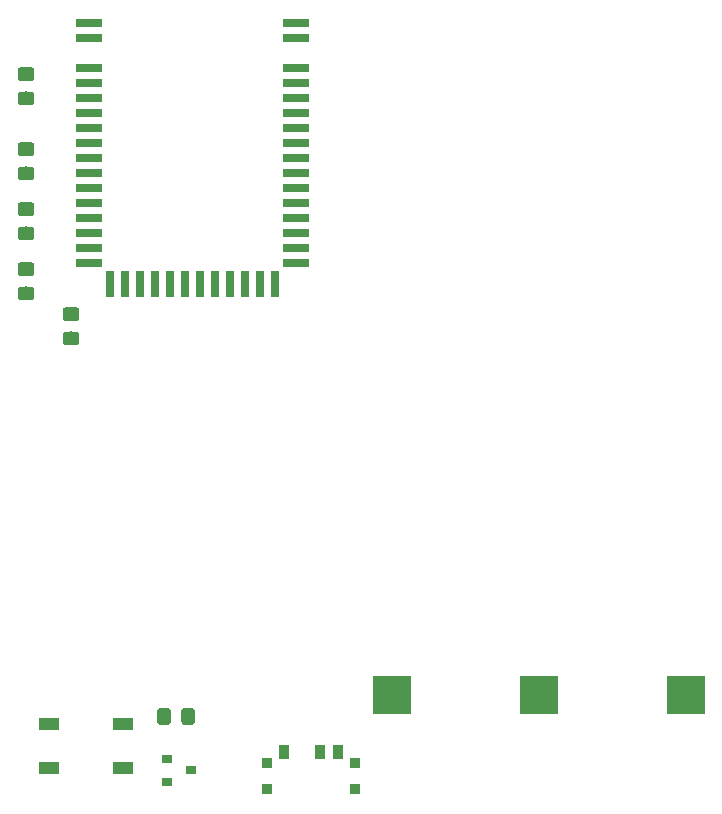
<source format=gbr>
G04 #@! TF.GenerationSoftware,KiCad,Pcbnew,(5.0.0)*
G04 #@! TF.CreationDate,2018-10-27T23:19:20-06:00*
G04 #@! TF.ProjectId,4x4_backpack,3478345F6261636B7061636B2E6B6963,rev?*
G04 #@! TF.SameCoordinates,Original*
G04 #@! TF.FileFunction,Paste,Top*
G04 #@! TF.FilePolarity,Positive*
%FSLAX46Y46*%
G04 Gerber Fmt 4.6, Leading zero omitted, Abs format (unit mm)*
G04 Created by KiCad (PCBNEW (5.0.0)) date 10/27/18 23:19:20*
%MOMM*%
%LPD*%
G01*
G04 APERTURE LIST*
%ADD10C,0.100000*%
%ADD11C,1.150000*%
%ADD12R,0.900000X0.800000*%
%ADD13R,3.250000X3.250000*%
%ADD14R,0.900000X1.250000*%
%ADD15R,0.900000X0.900000*%
%ADD16R,1.800000X1.100000*%
%ADD17R,0.720000X2.200000*%
%ADD18R,2.200000X0.720000*%
G04 APERTURE END LIST*
D10*
G04 #@! TO.C,C1*
G36*
X88104505Y-93651204D02*
X88128773Y-93654804D01*
X88152572Y-93660765D01*
X88175671Y-93669030D01*
X88197850Y-93679520D01*
X88218893Y-93692132D01*
X88238599Y-93706747D01*
X88256777Y-93723223D01*
X88273253Y-93741401D01*
X88287868Y-93761107D01*
X88300480Y-93782150D01*
X88310970Y-93804329D01*
X88319235Y-93827428D01*
X88325196Y-93851227D01*
X88328796Y-93875495D01*
X88330000Y-93899999D01*
X88330000Y-94550001D01*
X88328796Y-94574505D01*
X88325196Y-94598773D01*
X88319235Y-94622572D01*
X88310970Y-94645671D01*
X88300480Y-94667850D01*
X88287868Y-94688893D01*
X88273253Y-94708599D01*
X88256777Y-94726777D01*
X88238599Y-94743253D01*
X88218893Y-94757868D01*
X88197850Y-94770480D01*
X88175671Y-94780970D01*
X88152572Y-94789235D01*
X88128773Y-94795196D01*
X88104505Y-94798796D01*
X88080001Y-94800000D01*
X87179999Y-94800000D01*
X87155495Y-94798796D01*
X87131227Y-94795196D01*
X87107428Y-94789235D01*
X87084329Y-94780970D01*
X87062150Y-94770480D01*
X87041107Y-94757868D01*
X87021401Y-94743253D01*
X87003223Y-94726777D01*
X86986747Y-94708599D01*
X86972132Y-94688893D01*
X86959520Y-94667850D01*
X86949030Y-94645671D01*
X86940765Y-94622572D01*
X86934804Y-94598773D01*
X86931204Y-94574505D01*
X86930000Y-94550001D01*
X86930000Y-93899999D01*
X86931204Y-93875495D01*
X86934804Y-93851227D01*
X86940765Y-93827428D01*
X86949030Y-93804329D01*
X86959520Y-93782150D01*
X86972132Y-93761107D01*
X86986747Y-93741401D01*
X87003223Y-93723223D01*
X87021401Y-93706747D01*
X87041107Y-93692132D01*
X87062150Y-93679520D01*
X87084329Y-93669030D01*
X87107428Y-93660765D01*
X87131227Y-93654804D01*
X87155495Y-93651204D01*
X87179999Y-93650000D01*
X88080001Y-93650000D01*
X88104505Y-93651204D01*
X88104505Y-93651204D01*
G37*
D11*
X87630000Y-94225000D03*
D10*
G36*
X88104505Y-95701204D02*
X88128773Y-95704804D01*
X88152572Y-95710765D01*
X88175671Y-95719030D01*
X88197850Y-95729520D01*
X88218893Y-95742132D01*
X88238599Y-95756747D01*
X88256777Y-95773223D01*
X88273253Y-95791401D01*
X88287868Y-95811107D01*
X88300480Y-95832150D01*
X88310970Y-95854329D01*
X88319235Y-95877428D01*
X88325196Y-95901227D01*
X88328796Y-95925495D01*
X88330000Y-95949999D01*
X88330000Y-96600001D01*
X88328796Y-96624505D01*
X88325196Y-96648773D01*
X88319235Y-96672572D01*
X88310970Y-96695671D01*
X88300480Y-96717850D01*
X88287868Y-96738893D01*
X88273253Y-96758599D01*
X88256777Y-96776777D01*
X88238599Y-96793253D01*
X88218893Y-96807868D01*
X88197850Y-96820480D01*
X88175671Y-96830970D01*
X88152572Y-96839235D01*
X88128773Y-96845196D01*
X88104505Y-96848796D01*
X88080001Y-96850000D01*
X87179999Y-96850000D01*
X87155495Y-96848796D01*
X87131227Y-96845196D01*
X87107428Y-96839235D01*
X87084329Y-96830970D01*
X87062150Y-96820480D01*
X87041107Y-96807868D01*
X87021401Y-96793253D01*
X87003223Y-96776777D01*
X86986747Y-96758599D01*
X86972132Y-96738893D01*
X86959520Y-96717850D01*
X86949030Y-96695671D01*
X86940765Y-96672572D01*
X86934804Y-96648773D01*
X86931204Y-96624505D01*
X86930000Y-96600001D01*
X86930000Y-95949999D01*
X86931204Y-95925495D01*
X86934804Y-95901227D01*
X86940765Y-95877428D01*
X86949030Y-95854329D01*
X86959520Y-95832150D01*
X86972132Y-95811107D01*
X86986747Y-95791401D01*
X87003223Y-95773223D01*
X87021401Y-95756747D01*
X87041107Y-95742132D01*
X87062150Y-95729520D01*
X87084329Y-95719030D01*
X87107428Y-95710765D01*
X87131227Y-95704804D01*
X87155495Y-95701204D01*
X87179999Y-95700000D01*
X88080001Y-95700000D01*
X88104505Y-95701204D01*
X88104505Y-95701204D01*
G37*
D11*
X87630000Y-96275000D03*
G04 #@! TD*
D10*
G04 #@! TO.C,C2*
G36*
X88104505Y-103811204D02*
X88128773Y-103814804D01*
X88152572Y-103820765D01*
X88175671Y-103829030D01*
X88197850Y-103839520D01*
X88218893Y-103852132D01*
X88238599Y-103866747D01*
X88256777Y-103883223D01*
X88273253Y-103901401D01*
X88287868Y-103921107D01*
X88300480Y-103942150D01*
X88310970Y-103964329D01*
X88319235Y-103987428D01*
X88325196Y-104011227D01*
X88328796Y-104035495D01*
X88330000Y-104059999D01*
X88330000Y-104710001D01*
X88328796Y-104734505D01*
X88325196Y-104758773D01*
X88319235Y-104782572D01*
X88310970Y-104805671D01*
X88300480Y-104827850D01*
X88287868Y-104848893D01*
X88273253Y-104868599D01*
X88256777Y-104886777D01*
X88238599Y-104903253D01*
X88218893Y-104917868D01*
X88197850Y-104930480D01*
X88175671Y-104940970D01*
X88152572Y-104949235D01*
X88128773Y-104955196D01*
X88104505Y-104958796D01*
X88080001Y-104960000D01*
X87179999Y-104960000D01*
X87155495Y-104958796D01*
X87131227Y-104955196D01*
X87107428Y-104949235D01*
X87084329Y-104940970D01*
X87062150Y-104930480D01*
X87041107Y-104917868D01*
X87021401Y-104903253D01*
X87003223Y-104886777D01*
X86986747Y-104868599D01*
X86972132Y-104848893D01*
X86959520Y-104827850D01*
X86949030Y-104805671D01*
X86940765Y-104782572D01*
X86934804Y-104758773D01*
X86931204Y-104734505D01*
X86930000Y-104710001D01*
X86930000Y-104059999D01*
X86931204Y-104035495D01*
X86934804Y-104011227D01*
X86940765Y-103987428D01*
X86949030Y-103964329D01*
X86959520Y-103942150D01*
X86972132Y-103921107D01*
X86986747Y-103901401D01*
X87003223Y-103883223D01*
X87021401Y-103866747D01*
X87041107Y-103852132D01*
X87062150Y-103839520D01*
X87084329Y-103829030D01*
X87107428Y-103820765D01*
X87131227Y-103814804D01*
X87155495Y-103811204D01*
X87179999Y-103810000D01*
X88080001Y-103810000D01*
X88104505Y-103811204D01*
X88104505Y-103811204D01*
G37*
D11*
X87630000Y-104385000D03*
D10*
G36*
X88104505Y-105861204D02*
X88128773Y-105864804D01*
X88152572Y-105870765D01*
X88175671Y-105879030D01*
X88197850Y-105889520D01*
X88218893Y-105902132D01*
X88238599Y-105916747D01*
X88256777Y-105933223D01*
X88273253Y-105951401D01*
X88287868Y-105971107D01*
X88300480Y-105992150D01*
X88310970Y-106014329D01*
X88319235Y-106037428D01*
X88325196Y-106061227D01*
X88328796Y-106085495D01*
X88330000Y-106109999D01*
X88330000Y-106760001D01*
X88328796Y-106784505D01*
X88325196Y-106808773D01*
X88319235Y-106832572D01*
X88310970Y-106855671D01*
X88300480Y-106877850D01*
X88287868Y-106898893D01*
X88273253Y-106918599D01*
X88256777Y-106936777D01*
X88238599Y-106953253D01*
X88218893Y-106967868D01*
X88197850Y-106980480D01*
X88175671Y-106990970D01*
X88152572Y-106999235D01*
X88128773Y-107005196D01*
X88104505Y-107008796D01*
X88080001Y-107010000D01*
X87179999Y-107010000D01*
X87155495Y-107008796D01*
X87131227Y-107005196D01*
X87107428Y-106999235D01*
X87084329Y-106990970D01*
X87062150Y-106980480D01*
X87041107Y-106967868D01*
X87021401Y-106953253D01*
X87003223Y-106936777D01*
X86986747Y-106918599D01*
X86972132Y-106898893D01*
X86959520Y-106877850D01*
X86949030Y-106855671D01*
X86940765Y-106832572D01*
X86934804Y-106808773D01*
X86931204Y-106784505D01*
X86930000Y-106760001D01*
X86930000Y-106109999D01*
X86931204Y-106085495D01*
X86934804Y-106061227D01*
X86940765Y-106037428D01*
X86949030Y-106014329D01*
X86959520Y-105992150D01*
X86972132Y-105971107D01*
X86986747Y-105951401D01*
X87003223Y-105933223D01*
X87021401Y-105916747D01*
X87041107Y-105902132D01*
X87062150Y-105889520D01*
X87084329Y-105879030D01*
X87107428Y-105870765D01*
X87131227Y-105864804D01*
X87155495Y-105861204D01*
X87179999Y-105860000D01*
X88080001Y-105860000D01*
X88104505Y-105861204D01*
X88104505Y-105861204D01*
G37*
D11*
X87630000Y-106435000D03*
G04 #@! TD*
D10*
G04 #@! TO.C,C3*
G36*
X91914505Y-109671204D02*
X91938773Y-109674804D01*
X91962572Y-109680765D01*
X91985671Y-109689030D01*
X92007850Y-109699520D01*
X92028893Y-109712132D01*
X92048599Y-109726747D01*
X92066777Y-109743223D01*
X92083253Y-109761401D01*
X92097868Y-109781107D01*
X92110480Y-109802150D01*
X92120970Y-109824329D01*
X92129235Y-109847428D01*
X92135196Y-109871227D01*
X92138796Y-109895495D01*
X92140000Y-109919999D01*
X92140000Y-110570001D01*
X92138796Y-110594505D01*
X92135196Y-110618773D01*
X92129235Y-110642572D01*
X92120970Y-110665671D01*
X92110480Y-110687850D01*
X92097868Y-110708893D01*
X92083253Y-110728599D01*
X92066777Y-110746777D01*
X92048599Y-110763253D01*
X92028893Y-110777868D01*
X92007850Y-110790480D01*
X91985671Y-110800970D01*
X91962572Y-110809235D01*
X91938773Y-110815196D01*
X91914505Y-110818796D01*
X91890001Y-110820000D01*
X90989999Y-110820000D01*
X90965495Y-110818796D01*
X90941227Y-110815196D01*
X90917428Y-110809235D01*
X90894329Y-110800970D01*
X90872150Y-110790480D01*
X90851107Y-110777868D01*
X90831401Y-110763253D01*
X90813223Y-110746777D01*
X90796747Y-110728599D01*
X90782132Y-110708893D01*
X90769520Y-110687850D01*
X90759030Y-110665671D01*
X90750765Y-110642572D01*
X90744804Y-110618773D01*
X90741204Y-110594505D01*
X90740000Y-110570001D01*
X90740000Y-109919999D01*
X90741204Y-109895495D01*
X90744804Y-109871227D01*
X90750765Y-109847428D01*
X90759030Y-109824329D01*
X90769520Y-109802150D01*
X90782132Y-109781107D01*
X90796747Y-109761401D01*
X90813223Y-109743223D01*
X90831401Y-109726747D01*
X90851107Y-109712132D01*
X90872150Y-109699520D01*
X90894329Y-109689030D01*
X90917428Y-109680765D01*
X90941227Y-109674804D01*
X90965495Y-109671204D01*
X90989999Y-109670000D01*
X91890001Y-109670000D01*
X91914505Y-109671204D01*
X91914505Y-109671204D01*
G37*
D11*
X91440000Y-110245000D03*
D10*
G36*
X91914505Y-107621204D02*
X91938773Y-107624804D01*
X91962572Y-107630765D01*
X91985671Y-107639030D01*
X92007850Y-107649520D01*
X92028893Y-107662132D01*
X92048599Y-107676747D01*
X92066777Y-107693223D01*
X92083253Y-107711401D01*
X92097868Y-107731107D01*
X92110480Y-107752150D01*
X92120970Y-107774329D01*
X92129235Y-107797428D01*
X92135196Y-107821227D01*
X92138796Y-107845495D01*
X92140000Y-107869999D01*
X92140000Y-108520001D01*
X92138796Y-108544505D01*
X92135196Y-108568773D01*
X92129235Y-108592572D01*
X92120970Y-108615671D01*
X92110480Y-108637850D01*
X92097868Y-108658893D01*
X92083253Y-108678599D01*
X92066777Y-108696777D01*
X92048599Y-108713253D01*
X92028893Y-108727868D01*
X92007850Y-108740480D01*
X91985671Y-108750970D01*
X91962572Y-108759235D01*
X91938773Y-108765196D01*
X91914505Y-108768796D01*
X91890001Y-108770000D01*
X90989999Y-108770000D01*
X90965495Y-108768796D01*
X90941227Y-108765196D01*
X90917428Y-108759235D01*
X90894329Y-108750970D01*
X90872150Y-108740480D01*
X90851107Y-108727868D01*
X90831401Y-108713253D01*
X90813223Y-108696777D01*
X90796747Y-108678599D01*
X90782132Y-108658893D01*
X90769520Y-108637850D01*
X90759030Y-108615671D01*
X90750765Y-108592572D01*
X90744804Y-108568773D01*
X90741204Y-108544505D01*
X90740000Y-108520001D01*
X90740000Y-107869999D01*
X90741204Y-107845495D01*
X90744804Y-107821227D01*
X90750765Y-107797428D01*
X90759030Y-107774329D01*
X90769520Y-107752150D01*
X90782132Y-107731107D01*
X90796747Y-107711401D01*
X90813223Y-107693223D01*
X90831401Y-107676747D01*
X90851107Y-107662132D01*
X90872150Y-107649520D01*
X90894329Y-107639030D01*
X90917428Y-107630765D01*
X90941227Y-107624804D01*
X90965495Y-107621204D01*
X90989999Y-107620000D01*
X91890001Y-107620000D01*
X91914505Y-107621204D01*
X91914505Y-107621204D01*
G37*
D11*
X91440000Y-108195000D03*
G04 #@! TD*
D10*
G04 #@! TO.C,C4*
G36*
X88104505Y-87301204D02*
X88128773Y-87304804D01*
X88152572Y-87310765D01*
X88175671Y-87319030D01*
X88197850Y-87329520D01*
X88218893Y-87342132D01*
X88238599Y-87356747D01*
X88256777Y-87373223D01*
X88273253Y-87391401D01*
X88287868Y-87411107D01*
X88300480Y-87432150D01*
X88310970Y-87454329D01*
X88319235Y-87477428D01*
X88325196Y-87501227D01*
X88328796Y-87525495D01*
X88330000Y-87549999D01*
X88330000Y-88200001D01*
X88328796Y-88224505D01*
X88325196Y-88248773D01*
X88319235Y-88272572D01*
X88310970Y-88295671D01*
X88300480Y-88317850D01*
X88287868Y-88338893D01*
X88273253Y-88358599D01*
X88256777Y-88376777D01*
X88238599Y-88393253D01*
X88218893Y-88407868D01*
X88197850Y-88420480D01*
X88175671Y-88430970D01*
X88152572Y-88439235D01*
X88128773Y-88445196D01*
X88104505Y-88448796D01*
X88080001Y-88450000D01*
X87179999Y-88450000D01*
X87155495Y-88448796D01*
X87131227Y-88445196D01*
X87107428Y-88439235D01*
X87084329Y-88430970D01*
X87062150Y-88420480D01*
X87041107Y-88407868D01*
X87021401Y-88393253D01*
X87003223Y-88376777D01*
X86986747Y-88358599D01*
X86972132Y-88338893D01*
X86959520Y-88317850D01*
X86949030Y-88295671D01*
X86940765Y-88272572D01*
X86934804Y-88248773D01*
X86931204Y-88224505D01*
X86930000Y-88200001D01*
X86930000Y-87549999D01*
X86931204Y-87525495D01*
X86934804Y-87501227D01*
X86940765Y-87477428D01*
X86949030Y-87454329D01*
X86959520Y-87432150D01*
X86972132Y-87411107D01*
X86986747Y-87391401D01*
X87003223Y-87373223D01*
X87021401Y-87356747D01*
X87041107Y-87342132D01*
X87062150Y-87329520D01*
X87084329Y-87319030D01*
X87107428Y-87310765D01*
X87131227Y-87304804D01*
X87155495Y-87301204D01*
X87179999Y-87300000D01*
X88080001Y-87300000D01*
X88104505Y-87301204D01*
X88104505Y-87301204D01*
G37*
D11*
X87630000Y-87875000D03*
D10*
G36*
X88104505Y-89351204D02*
X88128773Y-89354804D01*
X88152572Y-89360765D01*
X88175671Y-89369030D01*
X88197850Y-89379520D01*
X88218893Y-89392132D01*
X88238599Y-89406747D01*
X88256777Y-89423223D01*
X88273253Y-89441401D01*
X88287868Y-89461107D01*
X88300480Y-89482150D01*
X88310970Y-89504329D01*
X88319235Y-89527428D01*
X88325196Y-89551227D01*
X88328796Y-89575495D01*
X88330000Y-89599999D01*
X88330000Y-90250001D01*
X88328796Y-90274505D01*
X88325196Y-90298773D01*
X88319235Y-90322572D01*
X88310970Y-90345671D01*
X88300480Y-90367850D01*
X88287868Y-90388893D01*
X88273253Y-90408599D01*
X88256777Y-90426777D01*
X88238599Y-90443253D01*
X88218893Y-90457868D01*
X88197850Y-90470480D01*
X88175671Y-90480970D01*
X88152572Y-90489235D01*
X88128773Y-90495196D01*
X88104505Y-90498796D01*
X88080001Y-90500000D01*
X87179999Y-90500000D01*
X87155495Y-90498796D01*
X87131227Y-90495196D01*
X87107428Y-90489235D01*
X87084329Y-90480970D01*
X87062150Y-90470480D01*
X87041107Y-90457868D01*
X87021401Y-90443253D01*
X87003223Y-90426777D01*
X86986747Y-90408599D01*
X86972132Y-90388893D01*
X86959520Y-90367850D01*
X86949030Y-90345671D01*
X86940765Y-90322572D01*
X86934804Y-90298773D01*
X86931204Y-90274505D01*
X86930000Y-90250001D01*
X86930000Y-89599999D01*
X86931204Y-89575495D01*
X86934804Y-89551227D01*
X86940765Y-89527428D01*
X86949030Y-89504329D01*
X86959520Y-89482150D01*
X86972132Y-89461107D01*
X86986747Y-89441401D01*
X87003223Y-89423223D01*
X87021401Y-89406747D01*
X87041107Y-89392132D01*
X87062150Y-89379520D01*
X87084329Y-89369030D01*
X87107428Y-89360765D01*
X87131227Y-89354804D01*
X87155495Y-89351204D01*
X87179999Y-89350000D01*
X88080001Y-89350000D01*
X88104505Y-89351204D01*
X88104505Y-89351204D01*
G37*
D11*
X87630000Y-89925000D03*
G04 #@! TD*
D10*
G04 #@! TO.C,L1*
G36*
X88104505Y-98731204D02*
X88128773Y-98734804D01*
X88152572Y-98740765D01*
X88175671Y-98749030D01*
X88197850Y-98759520D01*
X88218893Y-98772132D01*
X88238599Y-98786747D01*
X88256777Y-98803223D01*
X88273253Y-98821401D01*
X88287868Y-98841107D01*
X88300480Y-98862150D01*
X88310970Y-98884329D01*
X88319235Y-98907428D01*
X88325196Y-98931227D01*
X88328796Y-98955495D01*
X88330000Y-98979999D01*
X88330000Y-99630001D01*
X88328796Y-99654505D01*
X88325196Y-99678773D01*
X88319235Y-99702572D01*
X88310970Y-99725671D01*
X88300480Y-99747850D01*
X88287868Y-99768893D01*
X88273253Y-99788599D01*
X88256777Y-99806777D01*
X88238599Y-99823253D01*
X88218893Y-99837868D01*
X88197850Y-99850480D01*
X88175671Y-99860970D01*
X88152572Y-99869235D01*
X88128773Y-99875196D01*
X88104505Y-99878796D01*
X88080001Y-99880000D01*
X87179999Y-99880000D01*
X87155495Y-99878796D01*
X87131227Y-99875196D01*
X87107428Y-99869235D01*
X87084329Y-99860970D01*
X87062150Y-99850480D01*
X87041107Y-99837868D01*
X87021401Y-99823253D01*
X87003223Y-99806777D01*
X86986747Y-99788599D01*
X86972132Y-99768893D01*
X86959520Y-99747850D01*
X86949030Y-99725671D01*
X86940765Y-99702572D01*
X86934804Y-99678773D01*
X86931204Y-99654505D01*
X86930000Y-99630001D01*
X86930000Y-98979999D01*
X86931204Y-98955495D01*
X86934804Y-98931227D01*
X86940765Y-98907428D01*
X86949030Y-98884329D01*
X86959520Y-98862150D01*
X86972132Y-98841107D01*
X86986747Y-98821401D01*
X87003223Y-98803223D01*
X87021401Y-98786747D01*
X87041107Y-98772132D01*
X87062150Y-98759520D01*
X87084329Y-98749030D01*
X87107428Y-98740765D01*
X87131227Y-98734804D01*
X87155495Y-98731204D01*
X87179999Y-98730000D01*
X88080001Y-98730000D01*
X88104505Y-98731204D01*
X88104505Y-98731204D01*
G37*
D11*
X87630000Y-99305000D03*
D10*
G36*
X88104505Y-100781204D02*
X88128773Y-100784804D01*
X88152572Y-100790765D01*
X88175671Y-100799030D01*
X88197850Y-100809520D01*
X88218893Y-100822132D01*
X88238599Y-100836747D01*
X88256777Y-100853223D01*
X88273253Y-100871401D01*
X88287868Y-100891107D01*
X88300480Y-100912150D01*
X88310970Y-100934329D01*
X88319235Y-100957428D01*
X88325196Y-100981227D01*
X88328796Y-101005495D01*
X88330000Y-101029999D01*
X88330000Y-101680001D01*
X88328796Y-101704505D01*
X88325196Y-101728773D01*
X88319235Y-101752572D01*
X88310970Y-101775671D01*
X88300480Y-101797850D01*
X88287868Y-101818893D01*
X88273253Y-101838599D01*
X88256777Y-101856777D01*
X88238599Y-101873253D01*
X88218893Y-101887868D01*
X88197850Y-101900480D01*
X88175671Y-101910970D01*
X88152572Y-101919235D01*
X88128773Y-101925196D01*
X88104505Y-101928796D01*
X88080001Y-101930000D01*
X87179999Y-101930000D01*
X87155495Y-101928796D01*
X87131227Y-101925196D01*
X87107428Y-101919235D01*
X87084329Y-101910970D01*
X87062150Y-101900480D01*
X87041107Y-101887868D01*
X87021401Y-101873253D01*
X87003223Y-101856777D01*
X86986747Y-101838599D01*
X86972132Y-101818893D01*
X86959520Y-101797850D01*
X86949030Y-101775671D01*
X86940765Y-101752572D01*
X86934804Y-101728773D01*
X86931204Y-101704505D01*
X86930000Y-101680001D01*
X86930000Y-101029999D01*
X86931204Y-101005495D01*
X86934804Y-100981227D01*
X86940765Y-100957428D01*
X86949030Y-100934329D01*
X86959520Y-100912150D01*
X86972132Y-100891107D01*
X86986747Y-100871401D01*
X87003223Y-100853223D01*
X87021401Y-100836747D01*
X87041107Y-100822132D01*
X87062150Y-100809520D01*
X87084329Y-100799030D01*
X87107428Y-100790765D01*
X87131227Y-100784804D01*
X87155495Y-100781204D01*
X87179999Y-100780000D01*
X88080001Y-100780000D01*
X88104505Y-100781204D01*
X88104505Y-100781204D01*
G37*
D11*
X87630000Y-101355000D03*
G04 #@! TD*
D12*
G04 #@! TO.C,Q1*
X99584000Y-145862000D03*
X99584000Y-147762000D03*
X101584000Y-146812000D03*
G04 #@! TD*
D10*
G04 #@! TO.C,R1*
G36*
X99654505Y-141541204D02*
X99678773Y-141544804D01*
X99702572Y-141550765D01*
X99725671Y-141559030D01*
X99747850Y-141569520D01*
X99768893Y-141582132D01*
X99788599Y-141596747D01*
X99806777Y-141613223D01*
X99823253Y-141631401D01*
X99837868Y-141651107D01*
X99850480Y-141672150D01*
X99860970Y-141694329D01*
X99869235Y-141717428D01*
X99875196Y-141741227D01*
X99878796Y-141765495D01*
X99880000Y-141789999D01*
X99880000Y-142690001D01*
X99878796Y-142714505D01*
X99875196Y-142738773D01*
X99869235Y-142762572D01*
X99860970Y-142785671D01*
X99850480Y-142807850D01*
X99837868Y-142828893D01*
X99823253Y-142848599D01*
X99806777Y-142866777D01*
X99788599Y-142883253D01*
X99768893Y-142897868D01*
X99747850Y-142910480D01*
X99725671Y-142920970D01*
X99702572Y-142929235D01*
X99678773Y-142935196D01*
X99654505Y-142938796D01*
X99630001Y-142940000D01*
X98979999Y-142940000D01*
X98955495Y-142938796D01*
X98931227Y-142935196D01*
X98907428Y-142929235D01*
X98884329Y-142920970D01*
X98862150Y-142910480D01*
X98841107Y-142897868D01*
X98821401Y-142883253D01*
X98803223Y-142866777D01*
X98786747Y-142848599D01*
X98772132Y-142828893D01*
X98759520Y-142807850D01*
X98749030Y-142785671D01*
X98740765Y-142762572D01*
X98734804Y-142738773D01*
X98731204Y-142714505D01*
X98730000Y-142690001D01*
X98730000Y-141789999D01*
X98731204Y-141765495D01*
X98734804Y-141741227D01*
X98740765Y-141717428D01*
X98749030Y-141694329D01*
X98759520Y-141672150D01*
X98772132Y-141651107D01*
X98786747Y-141631401D01*
X98803223Y-141613223D01*
X98821401Y-141596747D01*
X98841107Y-141582132D01*
X98862150Y-141569520D01*
X98884329Y-141559030D01*
X98907428Y-141550765D01*
X98931227Y-141544804D01*
X98955495Y-141541204D01*
X98979999Y-141540000D01*
X99630001Y-141540000D01*
X99654505Y-141541204D01*
X99654505Y-141541204D01*
G37*
D11*
X99305000Y-142240000D03*
D10*
G36*
X101704505Y-141541204D02*
X101728773Y-141544804D01*
X101752572Y-141550765D01*
X101775671Y-141559030D01*
X101797850Y-141569520D01*
X101818893Y-141582132D01*
X101838599Y-141596747D01*
X101856777Y-141613223D01*
X101873253Y-141631401D01*
X101887868Y-141651107D01*
X101900480Y-141672150D01*
X101910970Y-141694329D01*
X101919235Y-141717428D01*
X101925196Y-141741227D01*
X101928796Y-141765495D01*
X101930000Y-141789999D01*
X101930000Y-142690001D01*
X101928796Y-142714505D01*
X101925196Y-142738773D01*
X101919235Y-142762572D01*
X101910970Y-142785671D01*
X101900480Y-142807850D01*
X101887868Y-142828893D01*
X101873253Y-142848599D01*
X101856777Y-142866777D01*
X101838599Y-142883253D01*
X101818893Y-142897868D01*
X101797850Y-142910480D01*
X101775671Y-142920970D01*
X101752572Y-142929235D01*
X101728773Y-142935196D01*
X101704505Y-142938796D01*
X101680001Y-142940000D01*
X101029999Y-142940000D01*
X101005495Y-142938796D01*
X100981227Y-142935196D01*
X100957428Y-142929235D01*
X100934329Y-142920970D01*
X100912150Y-142910480D01*
X100891107Y-142897868D01*
X100871401Y-142883253D01*
X100853223Y-142866777D01*
X100836747Y-142848599D01*
X100822132Y-142828893D01*
X100809520Y-142807850D01*
X100799030Y-142785671D01*
X100790765Y-142762572D01*
X100784804Y-142738773D01*
X100781204Y-142714505D01*
X100780000Y-142690001D01*
X100780000Y-141789999D01*
X100781204Y-141765495D01*
X100784804Y-141741227D01*
X100790765Y-141717428D01*
X100799030Y-141694329D01*
X100809520Y-141672150D01*
X100822132Y-141651107D01*
X100836747Y-141631401D01*
X100853223Y-141613223D01*
X100871401Y-141596747D01*
X100891107Y-141582132D01*
X100912150Y-141569520D01*
X100934329Y-141559030D01*
X100957428Y-141550765D01*
X100981227Y-141544804D01*
X101005495Y-141541204D01*
X101029999Y-141540000D01*
X101680001Y-141540000D01*
X101704505Y-141541204D01*
X101704505Y-141541204D01*
G37*
D11*
X101355000Y-142240000D03*
G04 #@! TD*
D13*
G04 #@! TO.C,E1*
X143510000Y-140462000D03*
X118618000Y-140462000D03*
X131064000Y-140462000D03*
G04 #@! TD*
D14*
G04 #@! TO.C,SW1*
X112510000Y-145245000D03*
X114010000Y-145245000D03*
X109510000Y-145245000D03*
D15*
X108060000Y-148420000D03*
X108060000Y-146220000D03*
X115460000Y-146220000D03*
X115460000Y-148420000D03*
G04 #@! TD*
D16*
G04 #@! TO.C,SW2*
X95810000Y-146630000D03*
X89610000Y-146630000D03*
X95810000Y-142930000D03*
X89610000Y-142930000D03*
G04 #@! TD*
D17*
G04 #@! TO.C,U1*
X108712000Y-105664000D03*
X107442000Y-105664000D03*
X106172000Y-105664000D03*
X104902000Y-105664000D03*
X103632000Y-105664000D03*
X102362000Y-105664000D03*
X101092000Y-105664000D03*
X99822000Y-105664000D03*
X98552000Y-105664000D03*
X97282000Y-105664000D03*
X96012000Y-105664000D03*
X94742000Y-105664000D03*
D18*
X110490000Y-103886000D03*
X110490000Y-102616000D03*
X110490000Y-101346000D03*
X110490000Y-100076000D03*
X110490000Y-98806000D03*
X110490000Y-97536000D03*
X110490000Y-96266000D03*
X110490000Y-94996000D03*
X110490000Y-93726000D03*
X110490000Y-92456000D03*
X110490000Y-91186000D03*
X110490000Y-89916000D03*
X110490000Y-88646000D03*
X110490000Y-87376000D03*
X110490000Y-84836000D03*
X110490000Y-83566000D03*
X92964000Y-83566000D03*
X92964000Y-84836000D03*
X92964000Y-87376000D03*
X92964000Y-88646000D03*
X92964000Y-89916000D03*
X92964000Y-91186000D03*
X92964000Y-92456000D03*
X92964000Y-93726000D03*
X92964000Y-94996000D03*
X92964000Y-96266000D03*
X92964000Y-97536000D03*
X92964000Y-98806000D03*
X92964000Y-100076000D03*
X92964000Y-101346000D03*
X92964000Y-102616000D03*
X92964000Y-103886000D03*
G04 #@! TD*
M02*

</source>
